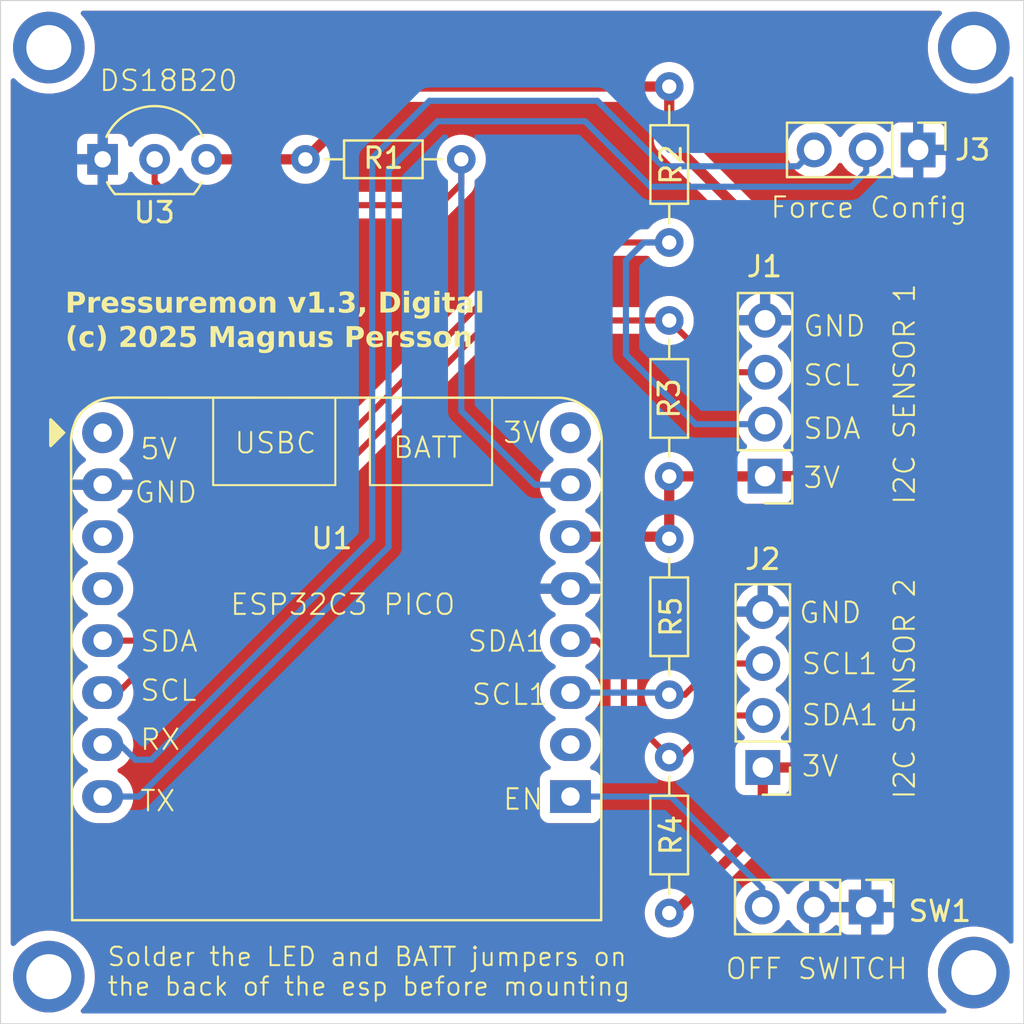
<source format=kicad_pcb>
(kicad_pcb (version 20241229) (generator "pcbnew") (generator_version "9.0")
  (layers (0 "F.Cu" signal) (2 "B.Cu" signal) (13 "F.Paste" user) (15 "B.Paste" user) (5 "F.SilkS" user "F.Silkscreen") (7 "B.SilkS" user "B.Silkscreen") (1 "F.Mask" user) (3 "B.Mask" user) (25 "Edge.Cuts" user))
  (net 0 "")
  (net 1 "GND")
  (net 2 "/SCL")
  (net 3 "/SDA")
  (net 4 "/SDA1")
  (net 5 "/SCL1")
  (net 10 "Net-(U1-5)")
  (net 11 "/VCC")
  (net 13 "Net-(J3-Pin_2)")
  (net 14 "Net-(J3-Pin_3)")
  (net 15 "Net-(SW1-C)")
  (footprint "Connector_PinHeader_2.54mm:PinHeader_1x03_P2.54mm_Vertical" (layer "F.Cu") (at 150.34 84.8 -90)
    (property "Reference" "SW1" (at 0.2 -3.6 180) (layer "F.SilkS"))
    (property "Value" "SW_SPDT" (hide yes))
    (fp_line (start -1.33 6.41) (end 1.33 6.41) (stroke (width 0.12)) (layer "F.SilkS"))
    (fp_line (start -1.33 1.27) (end -1.33 6.41) (stroke (width 0.12)) (layer "F.SilkS"))
    (fp_line (start -1.33 1.27) (end 1.33 1.27) (stroke (width 0.12)) (layer "F.SilkS"))
    (fp_line (start 1.33 1.27) (end 1.33 6.41) (stroke (width 0.12)) (layer "F.SilkS"))
    (fp_line (start -1.33 0) (end -1.33 -1.33) (stroke (width 0.12)) (layer "F.SilkS"))
    (fp_line (start -1.33 -1.33) (end 0 -1.33) (stroke (width 0.12)) (layer "F.SilkS"))
    (pad "1" thru_hole rect (at 0 0 270) (size 1.7 1.7) (drill 1) (layers "*.Cu" "*.Mask") (net 1 "GND"))
    (pad "2" thru_hole oval (at 0 2.54 270) (size 1.7 1.7) (drill 1) (layers "*.Cu" "*.Mask") (net 1 "GND"))
    (pad "3" thru_hole oval (at 0 5.08 270) (size 1.7 1.7) (drill 1) (layers "*.Cu" "*.Mask") (net 15 "Net-(SW1-C)"))
  )
  (footprint "Resistor_THT:R_Axial_DIN0204_L3.6mm_D1.6mm_P7.62mm_Horizontal" (layer "F.Cu") (at 140.716 85.09 90)
    (property "Reference" "R4" (at 3.81 0.084 90) (layer "F.SilkS"))
    (property "Value" "3.3k")
    (fp_line (start 5.73 -0.92) (end 1.89 -0.92) (stroke (width 0.12)) (layer "F.SilkS"))
    (fp_line (start 1.89 -0.92) (end 1.89 0.92) (stroke (width 0.12)) (layer "F.SilkS"))
    (fp_line (start 6.68 0) (end 5.73 0) (stroke (width 0.12)) (layer "F.SilkS"))
    (fp_line (start 0.94 0) (end 1.89 0) (stroke (width 0.12)) (layer "F.SilkS"))
    (fp_line (start 5.73 0.92) (end 5.73 -0.92) (stroke (width 0.12)) (layer "F.SilkS"))
    (fp_line (start 1.89 0.92) (end 5.73 0.92) (stroke (width 0.12)) (layer "F.SilkS"))
    (pad "1" thru_hole circle (at 0 0 90) (size 1.4 1.4) (drill 0.7) (layers "*.Cu" "*.Mask") (net 11 "/VCC"))
    (pad "2" thru_hole oval (at 7.62 0 90) (size 1.4 1.4) (drill 0.7) (layers "*.Cu" "*.Mask") (net 4 "/SDA1"))
  )
  (footprint "Connector_PinHeader_2.54mm:PinHeader_1x04_P2.54mm_Vertical" (layer "F.Cu") (at 145.4 63.744 180)
    (property "Reference" "J1" (at 0.034 10.244 0) (layer "F.SilkS"))
    (property "Value" "Conn_01x04_Pin" (hide yes))
    (fp_line (start 1.33 1.27) (end 1.33 8.95) (stroke (width 0.12)) (layer "F.SilkS"))
    (fp_line (start -1.33 8.95) (end 1.33 8.95) (stroke (width 0.12)) (layer "F.SilkS"))
    (fp_line (start -1.33 1.27) (end 1.33 1.27) (stroke (width 0.12)) (layer "F.SilkS"))
    (fp_line (start -1.33 1.27) (end -1.33 8.95) (stroke (width 0.12)) (layer "F.SilkS"))
    (fp_line (start -1.33 0) (end -1.33 -1.33) (stroke (width 0.12)) (layer "F.SilkS"))
    (fp_line (start -1.33 -1.33) (end 0 -1.33) (stroke (width 0.12)) (layer "F.SilkS"))
    (pad "1" thru_hole rect (at 0 0 180) (size 1.7 1.7) (drill 1) (layers "*.Cu" "*.Mask") (net 11 "/VCC"))
    (pad "2" thru_hole oval (at 0 2.54 180) (size 1.7 1.7) (drill 1) (layers "*.Cu" "*.Mask") (net 3 "/SDA"))
    (pad "3" thru_hole oval (at 0 5.08 180) (size 1.7 1.7) (drill 1) (layers "*.Cu" "*.Mask") (net 2 "/SCL"))
    (pad "4" thru_hole oval (at 0 7.62 180) (size 1.7 1.7) (drill 1) (layers "*.Cu" "*.Mask") (net 1 "GND"))
  )
  (footprint "Resistor_THT:R_Axial_DIN0204_L3.6mm_D1.6mm_P7.62mm_Horizontal" (layer "F.Cu") (at 122.936 48.26)
    (property "Reference" "R1" (at 3.81 -0.06 0) (layer "F.SilkS"))
    (property "Value" "3.3k")
    (fp_line (start 0.94 0) (end 1.89 0) (stroke (width 0.12)) (layer "F.SilkS"))
    (fp_line (start 1.89 -0.92) (end 1.89 0.92) (stroke (width 0.12)) (layer "F.SilkS"))
    (fp_line (start 1.89 0.92) (end 5.73 0.92) (stroke (width 0.12)) (layer "F.SilkS"))
    (fp_line (start 5.73 -0.92) (end 1.89 -0.92) (stroke (width 0.12)) (layer "F.SilkS"))
    (fp_line (start 5.73 0.92) (end 5.73 -0.92) (stroke (width 0.12)) (layer "F.SilkS"))
    (fp_line (start 6.68 0) (end 5.73 0) (stroke (width 0.12)) (layer "F.SilkS"))
    (pad "1" thru_hole circle (at 0 0) (size 1.4 1.4) (drill 0.7) (layers "*.Cu" "*.Mask") (net 11 "/VCC"))
    (pad "2" thru_hole oval (at 7.62 0) (size 1.4 1.4) (drill 0.7) (layers "*.Cu" "*.Mask") (net 10 "Net-(U1-5)"))
  )
  (footprint "Resistor_THT:R_Axial_DIN0204_L3.6mm_D1.6mm_P7.62mm_Horizontal" (layer "F.Cu") (at 140.716 44.704 -90)
    (property "Reference" "R2" (at 3.81 -0.084 90) (layer "F.SilkS"))
    (property "Value" "3.3k")
    (fp_line (start 1.89 0.92) (end 5.73 0.92) (stroke (width 0.12)) (layer "F.SilkS"))
    (fp_line (start 5.73 0.92) (end 5.73 -0.92) (stroke (width 0.12)) (layer "F.SilkS"))
    (fp_line (start 0.94 0) (end 1.89 0) (stroke (width 0.12)) (layer "F.SilkS"))
    (fp_line (start 6.68 0) (end 5.73 0) (stroke (width 0.12)) (layer "F.SilkS"))
    (fp_line (start 1.89 -0.92) (end 1.89 0.92) (stroke (width 0.12)) (layer "F.SilkS"))
    (fp_line (start 5.73 -0.92) (end 1.89 -0.92) (stroke (width 0.12)) (layer "F.SilkS"))
    (pad "1" thru_hole circle (at 0 0 270) (size 1.4 1.4) (drill 0.7) (layers "*.Cu" "*.Mask") (net 11 "/VCC"))
    (pad "2" thru_hole oval (at 7.62 0 270) (size 1.4 1.4) (drill 0.7) (layers "*.Cu" "*.Mask") (net 3 "/SDA"))
  )
  (footprint "MountingHole:MountingHole_2.2mm_M2_ISO7380_Pad" (layer "F.Cu") (at 155.6 42.8)
    (property "Reference" "H1" (hide yes))
    (property "Value" "MountingHole_Pad" (hide yes))
    (pad "1" thru_hole circle (at 0 0) (size 3.5 3.5) (drill 2.2) (layers "*.Cu" "*.Mask"))
  )
  (footprint "pressuremon_library:ESP32C3-pico" (layer "F.Cu") (at 113.03 61.62)
    (property "Reference" "U1" (at 11.199 5.168 0) (layer "F.SilkS"))
    (property "Value" "~" (hide yes))
    (fp_line (start -1.49 23.82) (end -1.54576 0.424895) (stroke (width 0.12)) (layer "F.SilkS"))
    (fp_line (start -1.49 23.82) (end 24.359987 23.820136) (stroke (width 0.12)) (layer "F.SilkS"))
    (fp_line (start 5.4 -1.65) (end 5.4 2.56) (stroke (width 0.1)) (layer "F.SilkS"))
    (fp_line (start 5.4 2.56) (end 11.37 2.56) (stroke (width 0.1)) (layer "F.SilkS"))
    (fp_line (start 11.37 2.56) (end 11.37 -1.71) (stroke (width 0.1)) (layer "F.SilkS"))
    (fp_line (start 13.06 -1.66) (end 13.06 2.56) (stroke (width 0.1)) (layer "F.SilkS"))
    (fp_line (start 13.06 2.56) (end 19.03 2.56) (stroke (width 0.1)) (layer "F.SilkS"))
    (fp_line (start 19.03 2.56) (end 19.03 -1.71) (stroke (width 0.1)) (layer "F.SilkS"))
    (fp_line (start 22.26 -1.71) (end 0.584216 -1.715786) (stroke (width 0.12)) (layer "F.SilkS"))
    (fp_line (start 24.36 23.81) (end 24.39 0.42) (stroke (width 0.12)) (layer "F.SilkS"))
    (fp_arc (start -1.545786 0.414214) (mid -0.921923 -1.091923) (end 0.584214 -1.715786) (stroke (width 0.12)) (layer "F.SilkS"))
    (fp_arc (start 22.26 -1.71) (mid 23.766137 -1.086137) (end 24.39 0.42) (stroke (width 0.12)) (layer "F.SilkS"))
    (fp_poly (pts (xy -2.54 -0.635) (xy -2.54 0.635) (xy -1.905 0)) (stroke (width 0.15)) (fill yes) (layer "F.SilkS"))
    (fp_text user "3V" (at 19.5 0.58 0) (layer "F.SilkS") (effects (font (thickness 0.1)) (justify left bottom)))
    (fp_text user "BATT" (at 14.13 1.31 0) (layer "F.SilkS") (effects (font (thickness 0.1)) (justify left bottom)))
    (fp_text user "USBC" (at 6.38 1.09 0) (layer "F.SilkS") (effects (font (thickness 0.1)) (justify left bottom)))
    (fp_text user "EN" (at 19.5 18.5 0) (layer "F.SilkS") (effects (font (thickness 0.1)) (justify left bottom)))
    (fp_text user "GND" (at 1.5 3.5 0) (layer "F.SilkS") (effects (font (thickness 0.1)) (justify left bottom)))
    (pad "1" thru_hole circle (at 22.86 0) (size 2 2) (drill 0.9) (layers "*.Cu" "*.Mask"))
    (pad "2" thru_hole oval (at 22.86 2.54) (size 2 1.6) (drill 0.9) (layers "*.Cu" "*.Mask") (net 10 "Net-(U1-5)"))
    (pad "3" thru_hole oval (at 22.86 5.08) (size 2 1.6) (drill 0.9) (layers "*.Cu" "*.Mask") (net 11 "/VCC"))
    (pad "4" thru_hole oval (at 22.86 7.62) (size 2 1.6) (drill 0.9) (layers "*.Cu" "*.Mask") (net 1 "GND"))
    (pad "5" thru_hole oval (at 22.86 10.16) (size 2 1.6) (drill 0.9) (layers "*.Cu" "*.Mask") (net 4 "/SDA1"))
    (pad "6" thru_hole oval (at 22.86 12.7) (size 2 1.6) (drill 0.9) (layers "*.Cu" "*.Mask") (net 5 "/SCL1"))
    (pad "7" thru_hole oval (at 22.86 15.24) (size 2 1.6) (drill 0.9) (layers "*.Cu" "*.Mask"))
    (pad "8" thru_hole rect (at 22.86 17.78) (size 2 1.6) (drill 0.9) (layers "*.Cu" "*.Mask") (net 15 "Net-(SW1-C)"))
    (pad "9" thru_hole oval (at 0 17.78) (size 2 1.6) (drill 0.9) (layers "*.Cu" "*.Mask") (net 13 "Net-(J3-Pin_2)"))
    (pad "10" thru_hole oval (at 0 15.24) (size 2 1.6) (drill 0.9) (layers "*.Cu" "*.Mask") (net 14 "Net-(J3-Pin_3)"))
    (pad "11" thru_hole oval (at 0 12.7) (size 2 1.6) (drill 0.9) (layers "*.Cu" "*.Mask") (net 2 "/SCL"))
    (pad "12" thru_hole oval (at 0 10.16) (size 2 1.6) (drill 0.9) (layers "*.Cu" "*.Mask") (net 3 "/SDA"))
    (pad "13" thru_hole oval (at 0 7.62) (size 2 1.6) (drill 0.9) (layers "*.Cu" "*.Mask"))
    (pad "14" thru_hole oval (at 0 5.08) (size 2 1.6) (drill 0.9) (layers "*.Cu" "*.Mask"))
    (pad "15" thru_hole oval (at 0 2.54) (size 2 1.6) (drill 0.9) (layers "*.Cu" "*.Mask") (net 1 "GND"))
    (pad "16" thru_hole circle (at 0 0) (size 2 2) (drill 0.9) (layers "*.Cu" "*.Mask"))
  )
  (footprint "MountingHole:MountingHole_2.2mm_M2_ISO7380_Pad" (layer "F.Cu") (at 155.6 88)
    (property "Reference" "H3" (hide yes))
    (property "Value" "MountingHole_Pad" (hide yes))
    (pad "1" thru_hole circle (at 0 0) (size 3.5 3.5) (drill 2.2) (layers "*.Cu" "*.Mask"))
  )
  (footprint "MountingHole:MountingHole_2.2mm_M2_ISO7380_Pad" (layer "F.Cu") (at 110.4 42.8)
    (property "Reference" "H2" (hide yes))
    (property "Value" "MountingHole_Pad" (hide yes))
    (pad "1" thru_hole circle (at 0 0) (size 3.5 3.5) (drill 2.2) (layers "*.Cu" "*.Mask"))
  )
  (footprint "Package_TO_SOT_THT:TO-92L_Inline_Wide" (layer "F.Cu") (at 113.03 48.26)
    (property "Reference" "U3" (at 2.525 2.599955 0) (layer "F.SilkS"))
    (property "Value" "DS18B20")
    (fp_line (start 0.6 1.7) (end 4.45 1.7) (stroke (width 0.12)) (layer "F.SilkS"))
    (fp_arc (start 0.1836 -1.098807) (mid 1.143021 -2.192817) (end 2.54 -2.6) (stroke (width 0.12)) (layer "F.SilkS"))
    (fp_arc (start 0.6 1.7) (mid 0.389183 1.423933) (end 0.217369 1.122045) (stroke (width 0.12)) (layer "F.SilkS"))
    (fp_arc (start 2.54 -2.6) (mid 3.936979 -2.192818) (end 4.8964 -1.098807) (stroke (width 0.12)) (layer "F.SilkS"))
    (fp_arc (start 4.842383 1.112264) (mid 4.666594 1.419753) (end 4.45 1.7) (stroke (width 0.12)) (layer "F.SilkS"))
    (pad "1" thru_hole rect (at 0 0) (size 1.5 1.5) (drill 0.8) (layers "*.Cu" "*.Mask") (net 1 "GND"))
    (pad "2" thru_hole circle (at 2.54 0) (size 1.5 1.5) (drill 0.8) (layers "*.Cu" "*.Mask") (net 10 "Net-(U1-5)"))
    (pad "3" thru_hole circle (at 5.08 0) (size 1.5 1.5) (drill 0.8) (layers "*.Cu" "*.Mask") (net 11 "/VCC"))
  )
  (footprint "Resistor_THT:R_Axial_DIN0204_L3.6mm_D1.6mm_P7.62mm_Horizontal" (layer "F.Cu") (at 140.716 66.802 -90)
    (property "Reference" "R5" (at 3.81 -0.084 90) (layer "F.SilkS"))
    (property "Value" "3.3k")
    (fp_line (start 1.89 0.92) (end 5.73 0.92) (stroke (width 0.12)) (layer "F.SilkS"))
    (fp_line (start 5.73 0.92) (end 5.73 -0.92) (stroke (width 0.12)) (layer "F.SilkS"))
    (fp_line (start 0.94 0) (end 1.89 0) (stroke (width 0.12)) (layer "F.SilkS"))
    (fp_line (start 6.68 0) (end 5.73 0) (stroke (width 0.12)) (layer "F.SilkS"))
    (fp_line (start 1.89 -0.92) (end 1.89 0.92) (stroke (width 0.12)) (layer "F.SilkS"))
    (fp_line (start 5.73 -0.92) (end 1.89 -0.92) (stroke (width 0.12)) (layer "F.SilkS"))
    (pad "1" thru_hole circle (at 0 0 270) (size 1.4 1.4) (drill 0.7) (layers "*.Cu" "*.Mask") (net 11 "/VCC"))
    (pad "2" thru_hole oval (at 7.62 0 270) (size 1.4 1.4) (drill 0.7) (layers "*.Cu" "*.Mask") (net 5 "/SCL1"))
  )
  (footprint "Connector_PinHeader_2.54mm:PinHeader_1x03_P2.54mm_Vertical" (layer "F.Cu") (at 152.88 47.8 -90)
    (property "Reference" "J3" (at 0 -2.66 0) (layer "F.SilkS"))
    (property "Value" "Force Config" (hide yes))
    (fp_line (start -1.33 6.41) (end 1.33 6.41) (stroke (width 0.12)) (layer "F.SilkS"))
    (fp_line (start -1.33 1.27) (end -1.33 6.41) (stroke (width 0.12)) (layer "F.SilkS"))
    (fp_line (start -1.33 1.27) (end 1.33 1.27) (stroke (width 0.12)) (layer "F.SilkS"))
    (fp_line (start 1.33 1.27) (end 1.33 6.41) (stroke (width 0.12)) (layer "F.SilkS"))
    (fp_line (start -1.33 0) (end -1.33 -1.33) (stroke (width 0.12)) (layer "F.SilkS"))
    (fp_line (start -1.33 -1.33) (end 0 -1.33) (stroke (width 0.12)) (layer "F.SilkS"))
    (pad "1" thru_hole rect (at 0 0 270) (size 1.7 1.7) (drill 1) (layers "*.Cu" "*.Mask") (net 1 "GND"))
    (pad "2" thru_hole oval (at 0 2.54 270) (size 1.7 1.7) (drill 1) (layers "*.Cu" "*.Mask") (net 13 "Net-(J3-Pin_2)"))
    (pad "3" thru_hole oval (at 0 5.08 270) (size 1.7 1.7) (drill 1) (layers "*.Cu" "*.Mask") (net 14 "Net-(J3-Pin_3)"))
  )
  (footprint "Connector_PinHeader_2.54mm:PinHeader_1x04_P2.54mm_Vertical" (layer "F.Cu") (at 145.288 77.978 180)
    (property "Reference" "J2" (at 0 10.178 180) (layer "F.SilkS"))
    (property "Value" "Conn_01x04_Pin" (hide yes))
    (fp_line (start 1.33 1.27) (end 1.33 8.95) (stroke (width 0.12)) (layer "F.SilkS"))
    (fp_line (start -1.33 8.95) (end 1.33 8.95) (stroke (width 0.12)) (layer "F.SilkS"))
    (fp_line (start -1.33 1.27) (end 1.33 1.27) (stroke (width 0.12)) (layer "F.SilkS"))
    (fp_line (start -1.33 1.27) (end -1.33 8.95) (stroke (width 0.12)) (layer "F.SilkS"))
    (fp_line (start -1.33 0) (end -1.33 -1.33) (stroke (width 0.12)) (layer "F.SilkS"))
    (fp_line (start -1.33 -1.33) (end 0 -1.33) (stroke (width 0.12)) (layer "F.SilkS"))
    (pad "1" thru_hole rect (at 0 0 180) (size 1.7 1.7) (drill 1) (layers "*.Cu" "*.Mask") (net 11 "/VCC"))
    (pad "2" thru_hole oval (at 0 2.54 180) (size 1.7 1.7) (drill 1) (layers "*.Cu" "*.Mask") (net 4 "/SDA1"))
    (pad "3" thru_hole oval (at 0 5.08 180) (size 1.7 1.7) (drill 1) (layers "*.Cu" "*.Mask") (net 5 "/SCL1"))
    (pad "4" thru_hole oval (at 0 7.62 180) (size 1.7 1.7) (drill 1) (layers "*.Cu" "*.Mask") (net 1 "GND"))
  )
  (footprint "MountingHole:MountingHole_2.2mm_M2_ISO7380_Pad" (layer "F.Cu") (at 110.4 88.2)
    (property "Reference" "H4" (hide yes))
    (property "Value" "MountingHole_Pad" (hide yes))
    (pad "1" thru_hole circle (at 0 0) (size 3.5 3.5) (drill 2.2) (layers "*.Cu" "*.Mask"))
  )
  (footprint "Resistor_THT:R_Axial_DIN0204_L3.6mm_D1.6mm_P7.62mm_Horizontal" (layer "F.Cu") (at 140.716 63.754 90)
    (property "Reference" "R3" (at 3.81 0 90) (layer "F.SilkS"))
    (property "Value" "3.3k")
    (fp_line (start 5.73 -0.92) (end 1.89 -0.92) (stroke (width 0.12)) (layer "F.SilkS"))
    (fp_line (start 1.89 -0.92) (end 1.89 0.92) (stroke (width 0.12)) (layer "F.SilkS"))
    (fp_line (start 6.68 0) (end 5.73 0) (stroke (width 0.12)) (layer "F.SilkS"))
    (fp_line (start 0.94 0) (end 1.89 0) (stroke (width 0.12)) (layer "F.SilkS"))
    (fp_line (start 5.73 0.92) (end 5.73 -0.92) (stroke (width 0.12)) (layer "F.SilkS"))
    (fp_line (start 1.89 0.92) (end 5.73 0.92) (stroke (width 0.12)) (layer "F.SilkS"))
    (pad "1" thru_hole circle (at 0 0 90) (size 1.4 1.4) (drill 0.7) (layers "*.Cu" "*.Mask") (net 11 "/VCC"))
    (pad "2" thru_hole oval (at 7.62 0 90) (size 1.4 1.4) (drill 0.7) (layers "*.Cu" "*.Mask") (net 2 "/SCL"))
  )
  (gr_rect (start 108.039 40.5) (end 158.039 90.5) (stroke (width 0.05)) (fill no) (layer "Edge.Cuts"))
  (gr_text "TX" (at 114.8 80.2 0) (layer "F.SilkS") (effects (font (size 1 1) (thickness 0.1)) (justify left bottom)))
  (gr_text "GND" (at 147 71 0) (layer "F.SilkS") (effects (font (size 1 1) (thickness 0.1)) (justify left bottom)))
  (gr_text "Force Config\n" (at 145.6 51.2 0) (layer "F.SilkS") (effects (font (size 1 1) (thickness 0.1)) (justify left bottom)))
  (gr_text "SCL1" (at 147.118 73.5 0) (layer "F.SilkS") (effects (font (size 1 1) (thickness 0.1)) (justify left bottom)))
  (gr_text "Solder the LED and BATT jumpers on \nthe back of the esp before mounting" (at 113.2 89.2 0) (layer "F.SilkS") (effects (font (size 0.9 0.9) (thickness 0.1)) (justify left bottom)))
  (gr_text "3V" (at 147.2 64.4 0) (layer "F.SilkS") (effects (font (size 1 1) (thickness 0.1)) (justify left bottom)))
  (gr_text "5V" (at 114.8 63 0) (layer "F.SilkS") (effects (font (size 1 1) (thickness 0.1)) (justify left bottom)))
  (gr_text "SDA1" (at 147.118 76 0) (layer "F.SilkS") (effects (font (size 1 1) (thickness 0.1)) (justify left bottom)))
  (gr_text "SCL1" (at 131 75 0) (layer "F.SilkS") (effects (font (size 1 1) (thickness 0.1)) (justify left bottom)))
  (gr_text "I2C SENSOR 2" (at 152.8 79.6 90) (layer "F.SilkS") (effects (font (size 1 1) (thickness 0.1)) (justify left bottom)))
  (gr_text "I2C SENSOR 1" (at 152.8 65.2 90) (layer "F.SilkS") (effects (font (size 1 1) (thickness 0.1)) (justify left bottom)))
  (gr_text "OFF SWITCH" (at 143.4 88.4 0) (layer "F.SilkS") (effects (font (size 1 1) (thickness 0.1)) (justify left bottom)))
  (gr_text "ESP32C3 PICO" (at 119.2 70.6 0) (layer "F.SilkS") (effects (font (size 1 1) (thickness 0.1)) (justify left bottom)))
  (gr_text "RX" (at 114.8 77.2 0) (layer "F.SilkS") (effects (font (size 1 1) (thickness 0.1)) (justify left bottom)))
  (gr_text "GND" (at 147.2 57 0) (layer "F.SilkS") (effects (font (size 1 1) (thickness 0.1)) (justify left bottom)))
  (gr_text "3V" (at 147.118 78.5 0) (layer "F.SilkS") (effects (font (size 1 1) (thickness 0.1)) (justify left bottom)))
  (gr_text "SDA" (at 114.8 72.4 0) (layer "F.SilkS") (effects (font (size 1 1) (thickness 0.1)) (justify left bottom)))
  (gr_text "SCL" (at 147.2 59.4 0) (layer "F.SilkS") (effects (font (size 1 1) (thickness 0.1)) (justify left bottom)))
  (gr_text "SDA" (at 147.2 62 0) (layer "F.SilkS") (effects (font (size 1 1) (thickness 0.1)) (justify left bottom)))
  (gr_text "SDA1" (at 130.8 72.4 0) (layer "F.SilkS") (effects (font (size 1 1) (thickness 0.1)) (justify left bottom)))
  (gr_text "Pressuremon v1.3, Digital\n(c) 2025 Magnus Persson" (at 111.2 57.6 0) (layer "F.SilkS") (effects (font (size 1 1) (thickness 0.25) (bold yes)) (justify left bottom)))
  (gr_text "SCL" (at 114.8 74.8 0) (layer "F.SilkS") (effects (font (size 1 1) (thickness 0.1)) (justify left bottom)))
  (gr_text "DS18B20" (at 112.8 45 0) (layer "F.SilkS") (effects (font (size 1 1) (thickness 0.1)) (justify left bottom)))
  (segment (start 140.716 56.134) (end 131.97452 56.134) (width 0.3) (layer "F.Cu") (net 2))
  (segment (start 113.78852 74.32) (end 113.03 74.32) (width 0.3) (layer "F.Cu") (net 2))
  (segment (start 143.246 58.664) (end 145.034 58.664) (width 0.3) (layer "F.Cu") (net 2))
  (segment (start 140.716 56.134) (end 143.246 58.664) (width 0.3) (layer "F.Cu") (net 2))
  (segment (start 131.97452 56.134) (end 113.78852 74.32) (width 0.3) (layer "F.Cu") (net 2))
  (segment (start 134.476 52.324) (end 115.02 71.78) (width 0.3) (layer "F.Cu") (net 3))
  (segment (start 115.02 71.78) (end 113.894 71.78) (width 0.3) (layer "F.Cu") (net 3))
  (segment (start 140.716 52.324) (end 134.476 52.324) (width 0.3) (layer "F.Cu") (net 3))
  (segment (start 145.034 61.204) (end 142.004 61.204) (width 0.3) (layer "B.Cu") (net 3))
  (segment (start 138.6 57.8) (end 138.6 53.2) (width 0.3) (layer "B.Cu") (net 3))
  (segment (start 142.004 61.204) (end 138.6 57.8) (width 0.3) (layer "B.Cu") (net 3))
  (segment (start 139.476 52.324) (end 140.716 52.324) (width 0.3) (layer "B.Cu") (net 3))
  (segment (start 138.6 53.2) (end 139.476 52.324) (width 0.3) (layer "B.Cu") (net 3))
  (segment (start 136.754 71.78) (end 137.18 71.78) (width 0.3) (layer "F.Cu") (net 4))
  (segment (start 140.716 77.47) (end 141.224 77.47) (width 0.3) (layer "F.Cu") (net 4))
  (segment (start 138.5 75.254) (end 140.716 77.47) (width 0.3) (layer "F.Cu") (net 4))
  (segment (start 137.18 71.78) (end 138.5 73.1) (width 0.3) (layer "F.Cu") (net 4))
  (segment (start 143.256 75.438) (end 145.288 75.438) (width 0.3) (layer "F.Cu") (net 4))
  (segment (start 138.5 73.1) (end 138.5 75.254) (width 0.3) (layer "F.Cu") (net 4))
  (segment (start 141.224 77.47) (end 143.256 75.438) (width 0.3) (layer "F.Cu") (net 4))
  (segment (start 141.478 74.422) (end 143.002 72.898) (width 0.3) (layer "F.Cu") (net 5))
  (segment (start 140.716 74.422) (end 141.478 74.422) (width 0.3) (layer "F.Cu") (net 5))
  (segment (start 143.002 72.898) (end 145.288 72.898) (width 0.3) (layer "F.Cu") (net 5))
  (segment (start 140.614 74.32) (end 135.89 74.32) (width 0.3) (layer "B.Cu") (net 5))
  (segment (start 140.716 74.422) (end 140.614 74.32) (width 0.3) (layer "B.Cu") (net 5))
  (segment (start 130.556 49.444) (end 129.5 50.5) (width 0.3) (layer "F.Cu") (net 10))
  (segment (start 115.57 49.37) (end 115.57 48.861) (width 0.3) (layer "F.Cu") (net 10))
  (segment (start 129.5 50.5) (end 116.7 50.5) (width 0.3) (layer "F.Cu") (net 10))
  (segment (start 116.7 50.5) (end 115.57 49.37) (width 0.3) (layer "F.Cu") (net 10))
  (segment (start 130.556 48.26) (end 130.556 49.444) (width 0.3) (layer "F.Cu") (net 10))
  (segment (start 130.556 60.556) (end 130.556 48.26) (width 0.3) (layer "B.Cu") (net 10))
  (segment (start 135.026 64.16) (end 134.16 64.16) (width 0.3) (layer "B.Cu") (net 10))
  (segment (start 134.16 64.16) (end 130.556 60.556) (width 0.3) (layer "B.Cu") (net 10))
  (segment (start 146.811999 63.753999) (end 146.802 63.744) (width 0.5) (layer "F.Cu") (net 11))
  (segment (start 148 77) (end 147.022 77.978) (width 0.5) (layer "F.Cu") (net 11))
  (segment (start 140.614 66.7) (end 140.716 66.802) (width 0.5) (layer "F.Cu") (net 11))
  (segment (start 136.754 66.7) (end 140.614 66.7) (width 0.5) (layer "F.Cu") (net 11))
  (segment (start 122.936 48.26) (end 126.492 44.704) (width 0.5) (layer "F.Cu") (net 11))
  (segment (start 145.034 63.744) (end 146.744 63.744) (width 0.5) (layer "F.Cu") (net 11))
  (segment (start 146.744 63.744) (end 148 65) (width 0.5) (layer "F.Cu") (net 11))
  (segment (start 145.288 80.772) (end 145.288 77.978) (width 0.5) (layer "F.Cu") (net 11))
  (segment (start 140.716 66.802) (end 140.716 63.754) (width 0.5) (layer "F.Cu") (net 11))
  (segment (start 148.082 54.682) (end 148.082 62.483999) (width 0.5) (layer "F.Cu") (net 11))
  (segment (start 140.716 47.316) (end 148.082 54.682) (width 0.5) (layer "F.Cu") (net 11))
  (segment (start 126.492 44.704) (end 140.716 44.704) (width 0.5) (layer "F.Cu") (net 11))
  (segment (start 148.082 62.483999) (end 146.811999 63.753999) (width 0.5) (layer "F.Cu") (net 11))
  (segment (start 140.716 44.704) (end 140.716 47.316) (width 0.5) (layer "F.Cu") (net 11))
  (segment (start 140.97 85.09) (end 145.288 80.772) (width 0.5) (layer "F.Cu") (net 11))
  (segment (start 146.802 63.744) (end 145.034 63.744) (width 0.5) (layer "F.Cu") (net 11))
  (segment (start 147.022 77.978) (end 145.288 77.978) (width 0.5) (layer "F.Cu") (net 11))
  (segment (start 145.024 63.754) (end 145.034 63.744) (width 0.5) (layer "F.Cu") (net 11))
  (segment (start 148 65) (end 148 77) (width 0.5) (layer "F.Cu") (net 11))
  (segment (start 122.936 48.26) (end 118.11 48.26) (width 0.5) (layer "F.Cu") (net 11))
  (segment (start 140.716 63.754) (end 145.024 63.754) (width 0.5) (layer "F.Cu") (net 11))
  (segment (start 140.716 85.09) (end 140.97 85.09) (width 0.5) (layer "F.Cu") (net 11))
  (segment (start 150.34 47.8) (end 150.34 47.26) (width 0.3) (layer "B.Cu") (net 13))
  (segment (start 139.8 49.6) (end 149.6 49.6) (width 0.3) (layer "B.Cu") (net 13))
  (segment (start 114.8 79.4) (end 127 67.2) (width 0.3) (layer "B.Cu") (net 13))
  (segment (start 113.894 79.4) (end 114.8 79.4) (width 0.3) (layer "B.Cu") (net 13))
  (segment (start 149.6 49.6) (end 150.34 48.86) (width 0.3) (layer "B.Cu") (net 13))
  (segment (start 136.6 46.4) (end 139.8 49.6) (width 0.3) (layer "B.Cu") (net 13))
  (segment (start 127 48.8) (end 129.4 46.4) (width 0.3) (layer "B.Cu") (net 13))
  (segment (start 129.4 46.4) (end 136.6 46.4) (width 0.3) (layer "B.Cu") (net 13))
  (segment (start 150.34 48.86) (end 150.34 47.8) (width 0.3) (layer "B.Cu") (net 13))
  (segment (start 127 67.2) (end 127 48.8) (width 0.3) (layer "B.Cu") (net 13))
  (segment (start 129 45.4) (end 126.2 48.2) (width 0.3) (layer "B.Cu") (net 14))
  (segment (start 147.8 47.8) (end 147 48.6) (width 0.3) (layer "B.Cu") (net 14))
  (segment (start 126.2 48.2) (end 126.2 66.8) (width 0.3) (layer "B.Cu") (net 14))
  (segment (start 147 48.6) (end 140.4 48.6) (width 0.3) (layer "B.Cu") (net 14))
  (segment (start 140.4 48.6) (end 137.2 45.4) (width 0.3) (layer "B.Cu") (net 14))
  (segment (start 137.2 45.4) (end 129 45.4) (width 0.3) (layer "B.Cu") (net 14))
  (segment (start 114.634 77.6) (end 113.894 76.86) (width 0.3) (layer "B.Cu") (net 14))
  (segment (start 115.4 77.6) (end 114.634 77.6) (width 0.3) (layer "B.Cu") (net 14))
  (segment (start 126.2 66.8) (end 115.4 77.6) (width 0.3) (layer "B.Cu") (net 14))
  (segment (start 136.754 79.4) (end 140.8 79.4) (width 0.3) (layer "B.Cu") (net 15))
  (segment (start 140.8 79.4) (end 145.26 83.86) (width 0.3) (layer "B.Cu") (net 15))
  (segment (start 145.26 83.86) (end 145.26 84.8) (width 0.3) (layer "B.Cu") (net 15))
  (segment (start 136.554 79.6) (end 136.754 79.4) (width 0.3) (layer "B.Cu") (net 15))
  (zone (net 1) (net_name "GND") (layer "F.Cu") (connect_pads (clearance 0.5)) (min_thickness 0.25) (fill yes (thermal_gap 0.5) (thermal_bridge_width 0.5))
    (polygon (pts (xy 108.4 40.8) (xy 157.6 40.8) (xy 157.734 90.243234) (xy 108.4 90.2)))
  )
  (zone (net 1) (net_name "GND") (layer "B.Cu") (priority 1) (connect_pads (clearance 0.5)) (min_thickness 0.25) (fill yes (thermal_gap 0.5) (thermal_bridge_width 0.5))
    (polygon (pts (xy 108.4 40.8) (xy 157.6 40.8) (xy 157.6 90) (xy 108.4 90.2)))
  )
)
</source>
